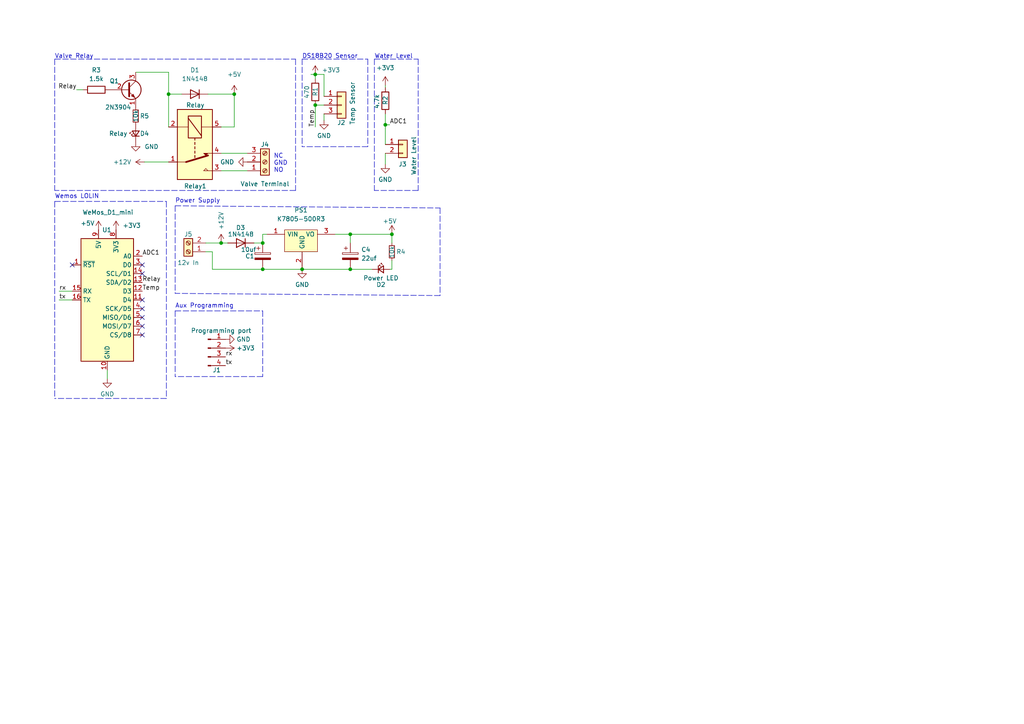
<source format=kicad_sch>
(kicad_sch (version 20211123) (generator eeschema)
  (paper "A4")
  (title_block (title "Wemos tank sensor ") (date "2022-01-26") (rev "1.0"))
  (lib_symbols
    (symbol "Connector:Conn_01x04_Male" (pin_names (offset 1.016) hide)
      (property "Reference" "J" (at 0 5.08 0))
      (property "Value" "Conn_01x04_Male" (at 0 -7.62 0))
      (symbol "Conn_01x04_Male_1_1"
        (polyline (pts (xy 1.27 -5.08) (xy 0.8636 -5.08)) (stroke (width 0.1524)))
        (polyline (pts (xy 1.27 -2.54) (xy 0.8636 -2.54)) (stroke (width 0.1524)))
        (polyline (pts (xy 1.27 0) (xy 0.8636 0)) (stroke (width 0.1524)))
        (polyline (pts (xy 1.27 2.54) (xy 0.8636 2.54)) (stroke (width 0.1524)))
        (rectangle (start 0.8636 -4.953) (end 0 -5.207) (stroke (width 0.1524)) (fill (type outline)))
        (rectangle (start 0.8636 -2.413) (end 0 -2.667) (stroke (width 0.1524)) (fill (type outline)))
        (rectangle (start 0.8636 0.127) (end 0 -0.127) (stroke (width 0.1524)) (fill (type outline)))
        (rectangle (start 0.8636 2.667) (end 0 2.413) (stroke (width 0.1524)) (fill (type outline)))
        (pin passive line (at 5.08 2.54 180) (length 3.81) (name "Pin_1") (number "1"))
        (pin passive line (at 5.08 0 180) (length 3.81) (name "Pin_2") (number "2"))
        (pin passive line (at 5.08 -2.54 180) (length 3.81) (name "Pin_3") (number "3"))
        (pin passive line (at 5.08 -5.08 180) (length 3.81) (name "Pin_4") (number "4"))
      )
    )
    (symbol "Connector:Screw_Terminal_01x02" (pin_names (offset 1.016) hide)
      (property "Reference" "J" (at 0 2.54 0))
      (property "Value" "Screw_Terminal_01x02" (at 0 -5.08 0))
      (symbol "Screw_Terminal_01x02_1_1"
        (rectangle (start -1.27 1.27) (end 1.27 -3.81) (stroke (width 0.254)) (fill (type background)))
        (circle (center 0 -2.54) (radius 0.635) (stroke (width 0.1524)))
        (polyline (pts (xy -0.5334 -2.2098) (xy 0.3302 -3.048)) (stroke (width 0.1524)))
        (polyline (pts (xy -0.5334 0.3302) (xy 0.3302 -0.508)) (stroke (width 0.1524)))
        (polyline (pts (xy -0.3556 -2.032) (xy 0.508 -2.8702)) (stroke (width 0.1524)))
        (polyline (pts (xy -0.3556 0.508) (xy 0.508 -0.3302)) (stroke (width 0.1524)))
        (circle (center 0 0) (radius 0.635) (stroke (width 0.1524)))
        (pin passive line (at -5.08 0 0) (length 3.81) (name "Pin_1") (number "1"))
        (pin passive line (at -5.08 -2.54 0) (length 3.81) (name "Pin_2") (number "2"))
      )
    )
    (symbol "Connector:Screw_Terminal_01x03" (pin_names (offset 1.016) hide)
      (property "Reference" "J" (at 0 5.08 0))
      (property "Value" "Screw_Terminal_01x03" (at 0 -5.08 0))
      (symbol "Screw_Terminal_01x03_1_1"
        (rectangle (start -1.27 3.81) (end 1.27 -3.81) (stroke (width 0.254)) (fill (type background)))
        (circle (center 0 -2.54) (radius 0.635) (stroke (width 0.1524)))
        (polyline (pts (xy -0.5334 -2.2098) (xy 0.3302 -3.048)) (stroke (width 0.1524)))
        (polyline (pts (xy -0.5334 0.3302) (xy 0.3302 -0.508)) (stroke (width 0.1524)))
        (polyline (pts (xy -0.5334 2.8702) (xy 0.3302 2.032)) (stroke (width 0.1524)))
        (polyline (pts (xy -0.3556 -2.032) (xy 0.508 -2.8702)) (stroke (width 0.1524)))
        (polyline (pts (xy -0.3556 0.508) (xy 0.508 -0.3302)) (stroke (width 0.1524)))
        (polyline (pts (xy -0.3556 3.048) (xy 0.508 2.2098)) (stroke (width 0.1524)))
        (circle (center 0 0) (radius 0.635) (stroke (width 0.1524)))
        (circle (center 0 2.54) (radius 0.635) (stroke (width 0.1524)))
        (pin passive line (at -5.08 2.54 0) (length 3.81) (name "Pin_1") (number "1"))
        (pin passive line (at -5.08 0 0) (length 3.81) (name "Pin_2") (number "2"))
        (pin passive line (at -5.08 -2.54 0) (length 3.81) (name "Pin_3") (number "3"))
      )
    )
    (symbol "Connector_Generic:Conn_01x02" (pin_names (offset 1.016) hide)
      (property "Reference" "J" (at 0 2.54 0))
      (property "Value" "Conn_01x02" (at 0 -5.08 0))
      (symbol "Conn_01x02_1_1"
        (rectangle (start -1.27 -2.413) (end 0 -2.667) (stroke (width 0.1524)))
        (rectangle (start -1.27 0.127) (end 0 -0.127) (stroke (width 0.1524)))
        (rectangle (start -1.27 1.27) (end 1.27 -3.81) (stroke (width 0.254)) (fill (type background)))
        (pin passive line (at -5.08 0 0) (length 3.81) (name "Pin_1") (number "1"))
        (pin passive line (at -5.08 -2.54 0) (length 3.81) (name "Pin_2") (number "2"))
      )
    )
    (symbol "Connector_Generic:Conn_01x03" (pin_names (offset 1.016) hide)
      (property "Reference" "J" (at 0 5.08 0))
      (property "Value" "Conn_01x03" (at 0 -5.08 0))
      (symbol "Conn_01x03_1_1"
        (rectangle (start -1.27 -2.413) (end 0 -2.667) (stroke (width 0.1524)))
        (rectangle (start -1.27 0.127) (end 0 -0.127) (stroke (width 0.1524)))
        (rectangle (start -1.27 2.667) (end 0 2.413) (stroke (width 0.1524)))
        (rectangle (start -1.27 3.81) (end 1.27 -3.81) (stroke (width 0.254)) (fill (type background)))
        (pin passive line (at -5.08 2.54 0) (length 3.81) (name "Pin_1") (number "1"))
        (pin passive line (at -5.08 0 0) (length 3.81) (name "Pin_2") (number "2"))
        (pin passive line (at -5.08 -2.54 0) (length 3.81) (name "Pin_3") (number "3"))
      )
    )
    (symbol "Device:C_Polarized" (pin_numbers hide) (pin_names (offset 0.254))
      (property "Reference" "C" (at 0.635 2.54 0))
      (property "Value" "C_Polarized" (at 0.635 -2.54 0))
      (symbol "C_Polarized_0_1"
        (rectangle (start -2.286 0.508) (end 2.286 1.016))
        (polyline (pts (xy -1.778 2.286) (xy -0.762 2.286)))
        (polyline (pts (xy -1.27 2.794) (xy -1.27 1.778)))
        (rectangle (start 2.286 -0.508) (end -2.286 -1.016) (fill (type outline)))
      )
      (symbol "C_Polarized_1_1"
        (pin passive line (at 0 3.81 270) (length 2.794) (name "~") (number "1"))
        (pin passive line (at 0 -3.81 90) (length 2.794) (name "~") (number "2"))
      )
    )
    (symbol "Device:LED_Small" (pin_numbers hide) (pin_names (offset 0.254) hide)
      (property "Reference" "D" (at -1.27 3.175 0))
      (property "Value" "LED_Small" (at -4.445 -2.54 0))
      (symbol "LED_Small_0_1"
        (polyline (pts (xy -0.762 -1.016) (xy -0.762 1.016)) (stroke (width 0.254)))
        (polyline (pts (xy 1.016 0) (xy -0.762 0)))
        (polyline (pts (xy 0.762 -1.016) (xy -0.762 0) (xy 0.762 1.016) (xy 0.762 -1.016)) (stroke (width 0.254)))
        (polyline (pts (xy 0 0.762) (xy -0.508 1.27) (xy -0.254 1.27) (xy -0.508 1.27) (xy -0.508 1.016)))
        (polyline (pts (xy 0.508 1.27) (xy 0 1.778) (xy 0.254 1.778) (xy 0 1.778) (xy 0 1.524)))
      )
      (symbol "LED_Small_1_1"
        (pin passive line (at -2.54 0 0) (length 1.778) (name "K") (number "1"))
        (pin passive line (at 2.54 0 180) (length 1.778) (name "A") (number "2"))
      )
    )
    (symbol "Device:R" (pin_numbers hide) (pin_names (offset 0))
      (property "Reference" "R" (at 2.032 0 90))
      (property "Value" "R" (at 0 0 90))
      (symbol "R_0_1"
        (rectangle (start -1.016 -2.54) (end 1.016 2.54) (stroke (width 0.254)))
      )
      (symbol "R_1_1"
        (pin passive line (at 0 3.81 270) (length 1.27) (name "~") (number "1"))
        (pin passive line (at 0 -3.81 90) (length 1.27) (name "~") (number "2"))
      )
    )
    (symbol "Device:R_Small" (pin_numbers hide) (pin_names (offset 0.254) hide)
      (property "Reference" "R" (at 0.762 0.508 0))
      (property "Value" "R_Small" (at 0.762 -1.016 0))
      (symbol "R_Small_0_1"
        (rectangle (start -0.762 1.778) (end 0.762 -1.778) (stroke (width 0.2032)))
      )
      (symbol "R_Small_1_1"
        (pin passive line (at 0 2.54 270) (length 0.762) (name "~") (number "1"))
        (pin passive line (at 0 -2.54 90) (length 0.762) (name "~") (number "2"))
      )
    )
    (symbol "Diode:1N4148" (pin_numbers hide) (pin_names (offset 1.016) hide)
      (property "Reference" "D" (at 0 2.54 0))
      (property "Value" "1N4148" (at 0 -2.54 0))
      (symbol "1N4148_0_1"
        (polyline (pts (xy -1.27 1.27) (xy -1.27 -1.27)) (stroke (width 0.254)))
        (polyline (pts (xy 1.27 0) (xy -1.27 0)))
        (polyline (pts (xy 1.27 1.27) (xy 1.27 -1.27) (xy -1.27 0) (xy 1.27 1.27)) (stroke (width 0.254)))
      )
      (symbol "1N4148_1_1"
        (pin passive line (at -3.81 0 0) (length 2.54) (name "K") (number "1"))
        (pin passive line (at 3.81 0 180) (length 2.54) (name "A") (number "2"))
      )
    )
    (symbol "MCU_Module:WeMos_D1_mini"
      (property "Reference" "U1" (at 1.27 20.32 0))
      (property "Value" "WeMos_D1_mini" (at 7.62 25.4 0))
      (symbol "WeMos_D1_mini_1_1"
        (rectangle (start -7.62 17.78) (end 7.62 -17.78) (stroke (width 0.254)) (fill (type background)))
        (pin input line (at -10.16 10.16 0) (length 2.54) (name "~{RST}") (number "1"))
        (pin power_in line (at 0 -20.32 90) (length 2.54) (name "GND") (number "10"))
        (pin bidirectional line (at 10.16 0 180) (length 2.54) (name "D4") (number "11"))
        (pin bidirectional line (at 10.16 2.54 180) (length 2.54) (name "D3") (number "12"))
        (pin bidirectional line (at 10.16 5.08 180) (length 2.54) (name "SDA/D2") (number "13"))
        (pin bidirectional line (at 10.16 7.62 180) (length 2.54) (name "SCL/D1") (number "14"))
        (pin input line (at -10.16 2.54 0) (length 2.54) (name "RX") (number "15"))
        (pin output line (at -10.16 0 0) (length 2.54) (name "TX") (number "16"))
        (pin input line (at 10.16 12.7 180) (length 2.54) (name "A0") (number "2"))
        (pin bidirectional line (at 10.16 10.16 180) (length 2.54) (name "D0") (number "3"))
        (pin bidirectional line (at 10.16 -2.54 180) (length 2.54) (name "SCK/D5") (number "4"))
        (pin bidirectional line (at 10.16 -5.08 180) (length 2.54) (name "MISO/D6") (number "5"))
        (pin bidirectional line (at 10.16 -7.62 180) (length 2.54) (name "MOSI/D7") (number "6"))
        (pin bidirectional line (at 10.16 -10.16 180) (length 2.54) (name "CS/D8") (number "7"))
        (pin power_out line (at 2.54 20.32 270) (length 2.54) (name "3V3") (number "8"))
        (pin power_in line (at -2.54 20.32 270) (length 2.54) (name "5V") (number "9"))
      )
    )
    (symbol "Relay:SANYOU_SRD_Form_C"
      (property "Reference" "K" (at 11.43 3.81 0))
      (property "Value" "SANYOU_SRD_Form_C" (at 11.43 1.27 0))
      (symbol "SANYOU_SRD_Form_C_0_0"
        (polyline (pts (xy 7.62 5.08) (xy 7.62 2.54) (xy 6.985 3.175) (xy 7.62 3.81)))
      )
      (symbol "SANYOU_SRD_Form_C_0_1"
        (rectangle (start -10.16 5.08) (end 10.16 -5.08) (stroke (width 0.254)) (fill (type background)))
        (rectangle (start -8.255 1.905) (end -1.905 -1.905) (stroke (width 0.254)))
        (polyline (pts (xy -7.62 -1.905) (xy -2.54 1.905)) (stroke (width 0.254)))
        (polyline (pts (xy -5.08 -5.08) (xy -5.08 -1.905)))
        (polyline (pts (xy -5.08 5.08) (xy -5.08 1.905)))
        (polyline (pts (xy -1.905 0) (xy -1.27 0)) (stroke (width 0.254)))
        (polyline (pts (xy -0.635 0) (xy 0 0)) (stroke (width 0.254)))
        (polyline (pts (xy 0.635 0) (xy 1.27 0)) (stroke (width 0.254)))
        (polyline (pts (xy 1.905 0) (xy 2.54 0)) (stroke (width 0.254)))
        (polyline (pts (xy 3.175 0) (xy 3.81 0)) (stroke (width 0.254)))
        (polyline (pts (xy 5.08 -2.54) (xy 3.175 3.81)) (stroke (width 0.508)))
        (polyline (pts (xy 5.08 -2.54) (xy 5.08 -5.08)))
      )
      (symbol "SANYOU_SRD_Form_C_1_1"
        (polyline (pts (xy 2.54 3.81) (xy 3.175 3.175) (xy 2.54 2.54) (xy 2.54 5.08)) (fill (type outline)))
        (pin passive line (at 5.08 -7.62 90) (length 2.54) (name "~") (number "1"))
        (pin passive line (at -5.08 -7.62 90) (length 2.54) (name "~") (number "2"))
        (pin passive line (at 7.62 7.62 270) (length 2.54) (name "~") (number "3"))
        (pin passive line (at 2.54 7.62 270) (length 2.54) (name "~") (number "4"))
        (pin passive line (at -5.08 7.62 270) (length 2.54) (name "~") (number "5"))
      )
    )
    (symbol "SamacSys_Parts:K7805-500R3" (pin_names (offset 0.762))
      (property "Reference" "PS" (at -2.54 5.715 0))
      (property "Value" "K7805-500R3" (at -7.62 8.255 0))
      (symbol "K7805-500R3_0_0"
        (pin input line (at -10.795 2.54 0) (length 5.08) (name "VIN") (number "1"))
        (pin output line (at -0.635 -7.62 90) (length 5.08) (name "GND") (number "2"))
        (pin output line (at 8.89 2.54 180) (length 5.08) (name "VO") (number "3"))
      )
      (symbol "K7805-500R3_0_1"
        (rectangle (start -5.715 3.81) (end 3.81 -2.54) (fill (type background)))
      )
    )
    (symbol "Transistor_BJT:2N3904" (pin_names (offset 0) hide)
      (property "Reference" "Q" (at 5.08 1.905 0))
      (property "Value" "2N3904" (at 5.08 0 0))
      (symbol "2N3904_0_1"
        (polyline (pts (xy 0.635 0.635) (xy 2.54 2.54)))
        (polyline (pts (xy 0.635 -0.635) (xy 2.54 -2.54) (xy 2.54 -2.54)))
        (polyline (pts (xy 0.635 1.905) (xy 0.635 -1.905) (xy 0.635 -1.905)) (stroke (width 0.508)))
        (polyline (pts (xy 1.27 -1.778) (xy 1.778 -1.27) (xy 2.286 -2.286) (xy 1.27 -1.778) (xy 1.27 -1.778)) (fill (type outline)))
        (circle (center 1.27 0) (radius 2.8194) (stroke (width 0.254)))
      )
      (symbol "2N3904_1_1"
        (pin passive line (at 2.54 -5.08 90) (length 2.54) (name "E") (number "1"))
        (pin passive line (at -5.08 0 0) (length 5.715) (name "B") (number "2"))
        (pin passive line (at 2.54 5.08 270) (length 2.54) (name "C") (number "3"))
      )
    )
    (symbol "power:+12V" (power) (pin_names (offset 0))
      (property "Value" "+12V" (at 0 3.556 0))
      (symbol "+12V_0_1"
        (polyline (pts (xy -0.762 1.27) (xy 0 2.54)))
        (polyline (pts (xy 0 0) (xy 0 2.54)))
        (polyline (pts (xy 0 2.54) (xy 0.762 1.27)))
      )
      (symbol "+12V_1_1"
        (pin power_in line (at 0 0 90) (length 0) hide (name "+12V") (number "1"))
      )
    )
    (symbol "power:+3.3V" (power) (pin_names (offset 0))
      (property "Value" "+3.3V" (at 0 3.556 0))
      (symbol "+3.3V_0_1"
        (polyline (pts (xy -0.762 1.27) (xy 0 2.54)))
        (polyline (pts (xy 0 0) (xy 0 2.54)))
        (polyline (pts (xy 0 2.54) (xy 0.762 1.27)))
      )
      (symbol "+3.3V_1_1"
        (pin power_in line (at 0 0 90) (length 0) hide (name "+3V3") (number "1"))
      )
    )
    (symbol "power:+5V" (power) (pin_names (offset 0))
      (property "Value" "+5V" (at 0 3.556 0))
      (symbol "+5V_0_1"
        (polyline (pts (xy -0.762 1.27) (xy 0 2.54)))
        (polyline (pts (xy 0 0) (xy 0 2.54)))
        (polyline (pts (xy 0 2.54) (xy 0.762 1.27)))
      )
      (symbol "+5V_1_1"
        (pin power_in line (at 0 0 90) (length 0) hide (name "+5V") (number "1"))
      )
    )
    (symbol "power:GND" (power) (pin_names (offset 0))
      (property "Value" "GND" (at 0 -3.81 0))
      (symbol "GND_0_1"
        (polyline (pts (xy 0 0) (xy 0 -1.27) (xy 1.27 -1.27) (xy 0 -2.54) (xy -1.27 -1.27) (xy 0 -1.27)))
      )
      (symbol "GND_1_1"
        (pin power_in line (at 0 0 270) (length 0) hide (name "GND") (number "1"))
      )
    )
  )
  (junction (at 111.76 36.195))
  (junction (at 113.665 67.945))
  (junction (at 87.63 78.105))
  (junction (at 67.945 27.305))
  (junction (at 64.135 70.485))
  (junction (at 101.6 78.105))
  (junction (at 76.2 70.485))
  (junction (at 91.44 30.48))
  (junction (at 76.2 78.105))
  (junction (at 101.6 67.945))
  (junction (at 91.44 21.59))
  (junction (at 48.895 27.305))
  (no_connect (at 41.275 86.995))
  (no_connect (at 20.955 76.835))
  (no_connect (at 41.275 89.535))
  (no_connect (at 41.275 92.075))
  (no_connect (at 41.275 94.615))
  (no_connect (at 41.275 97.155))
  (no_connect (at 41.275 79.375))
  (no_connect (at 41.275 76.835))
  (wire (pts (xy 111.76 33.02) (xy 111.76 36.195)))
  (wire (pts (xy 64.135 49.53) (xy 71.755 49.53)))
  (polyline (pts (xy 76.2 109.22) (xy 50.8 109.22)))
  (wire (pts (xy 76.2 67.945) (xy 76.2 70.485)))
  (polyline (pts (xy 76.2 90.17) (xy 76.2 109.22)))
  (wire (pts (xy 17.145 84.455) (xy 20.955 84.455)))
  (wire (pts (xy 61.595 78.105) (xy 76.2 78.105)))
  (wire (pts (xy 111.76 25.4) (xy 111.76 24.765)))
  (wire (pts (xy 59.69 70.485) (xy 64.135 70.485)))
  (wire (pts (xy 101.6 67.945) (xy 113.665 67.945)))
  (wire (pts (xy 73.66 70.485) (xy 76.2 70.485)))
  (wire (pts (xy 48.895 27.305) (xy 52.705 27.305)))
  (wire (pts (xy 97.155 67.945) (xy 101.6 67.945)))
  (wire (pts (xy 77.47 67.945) (xy 76.2 67.945)))
  (polyline (pts (xy 48.26 58.42) (xy 48.26 115.57)))
  (polyline (pts (xy 15.875 17.145) (xy 85.725 17.145)))
  (wire (pts (xy 67.945 27.305) (xy 67.945 36.83)))
  (polyline (pts (xy 121.285 55.245) (xy 108.585 55.245)))
  (polyline (pts (xy 87.63 17.145) (xy 106.68 17.145)))
  (wire (pts (xy 22.225 26.035) (xy 24.13 26.035)))
  (polyline (pts (xy 108.585 17.145) (xy 121.285 17.145)))
  (wire (pts (xy 41.91 46.99) (xy 48.895 46.99)))
  (wire (pts (xy 64.135 70.485) (xy 66.04 70.485)))
  (polyline (pts (xy 106.68 17.145) (xy 106.68 42.545)))
  (wire (pts (xy 64.135 44.45) (xy 71.755 44.45)))
  (wire (pts (xy 101.6 78.105) (xy 107.95 78.105)))
  (polyline (pts (xy 48.26 115.57) (xy 15.875 115.57)))
  (wire (pts (xy 59.69 73.025) (xy 61.595 73.025)))
  (polyline (pts (xy 15.875 58.42) (xy 15.875 115.57)))
  (wire (pts (xy 17.145 86.995) (xy 20.955 86.995)))
  (wire (pts (xy 91.44 21.59) (xy 91.44 22.86)))
  (polyline (pts (xy 50.8 90.17) (xy 76.2 90.17)))
  (wire (pts (xy 113.665 67.945) (xy 113.665 70.485)))
  (polyline (pts (xy 87.63 17.145) (xy 87.63 42.545)))
  (wire (pts (xy 48.895 20.955) (xy 48.895 27.305)))
  (polyline (pts (xy 85.725 55.245) (xy 15.875 55.245)))
  (wire (pts (xy 67.945 36.83) (xy 64.135 36.83)))
  (wire (pts (xy 31.115 109.855) (xy 31.115 107.315)))
  (polyline (pts (xy 15.875 58.42) (xy 48.26 58.42)))
  (wire (pts (xy 91.44 30.48) (xy 93.98 30.48)))
  (wire (pts (xy 91.44 21.59) (xy 93.98 21.59)))
  (wire (pts (xy 93.98 21.59) (xy 93.98 27.94)))
  (wire (pts (xy 111.76 44.45) (xy 111.76 47.625)))
  (wire (pts (xy 113.665 78.105) (xy 113.03 78.105)))
  (wire (pts (xy 101.6 67.945) (xy 101.6 70.485)))
  (wire (pts (xy 61.595 73.025) (xy 61.595 78.105)))
  (wire (pts (xy 93.98 34.925) (xy 93.98 33.02)))
  (wire (pts (xy 111.76 36.195) (xy 111.76 41.91)))
  (wire (pts (xy 48.895 27.305) (xy 48.895 36.83)))
  (wire (pts (xy 90.17 21.59) (xy 91.44 21.59)))
  (polyline (pts (xy 127.635 60.325) (xy 127.635 85.725)))
  (polyline (pts (xy 50.8 90.17) (xy 50.8 109.22)))
  (wire (pts (xy 111.76 36.195) (xy 113.03 36.195)))
  (wire (pts (xy 113.665 75.565) (xy 113.665 78.105)))
  (polyline (pts (xy 85.725 17.145) (xy 85.725 55.245)))
  (wire (pts (xy 87.63 78.105) (xy 101.6 78.105)))
  (wire (pts (xy 76.2 78.105) (xy 87.63 78.105)))
  (polyline (pts (xy 127.635 85.725) (xy 50.8 85.09)))
  (polyline (pts (xy 108.585 17.145) (xy 108.585 55.245)))
  (polyline (pts (xy 50.8 59.69) (xy 50.8 85.09)))
  (wire (pts (xy 91.44 36.83) (xy 91.44 30.48)))
  (polyline (pts (xy 15.875 17.145) (xy 15.875 55.245)))
  (polyline (pts (xy 50.8 59.69) (xy 127.635 60.325)))
  (wire (pts (xy 60.325 27.305) (xy 67.945 27.305)))
  (wire (pts (xy 76.2 71.12) (xy 76.2 70.485)))
  (wire (pts (xy 39.37 20.955) (xy 48.895 20.955)))
  (polyline (pts (xy 106.68 42.545) (xy 87.63 42.545)))
  (polyline (pts (xy 121.285 17.145) (xy 121.285 55.245)))
  (text "Aux Programming" (at 50.8 89.535 0) (effects (font (size 1.27 1.27)) (justify left bottom)))
  (text "Power Supply\n" (at 50.8 59.055 0) (effects (font (size 1.27 1.27)) (justify left bottom)))
  (text "DS18B20 Sensor\n" (at 87.63 17.145 0) (effects (font (size 1.27 1.27)) (justify left bottom)))
  (text "NC\nGND\nNO" (at 79.375 50.165 0) (effects (font (size 1.27 1.27)) (justify left bottom)))
  (text "Water Level" (at 108.585 17.145 0) (effects (font (size 1.27 1.27)) (justify left bottom)))
  (text "Valve Relay" (at 15.875 17.145 0) (effects (font (size 1.27 1.27)) (justify left bottom)))
  (text "Wemos LOLIN\n" (at 15.875 57.785 0) (effects (font (size 1.27 1.27)) (justify left bottom)))
  (label "Temp" (at 41.275 84.455 0))
  (label "ADC1" (at 113.03 36.195 0))
  (label "ADC1" (at 41.275 74.295 0))
  (label "rx" (at 65.405 103.505 0))
  (label "Relay" (at 41.275 81.915 0))
  (label "rx" (at 17.145 84.455 0))
  (label "Temp" (at 91.44 36.83 90))
  (label "Relay" (at 22.225 26.035 180))
  (label "tx" (at 17.145 86.995 0))
  (label "tx" (at 65.405 106.045 0))
  (symbol (lib_id "power:GND") (at 65.405 98.425 90) (unit 1)
    (property "Reference" "#PWR07" (effects hide))
    (property "Value" "GND" (at 68.58 98.4249 90) (effects (justify right)))
  )
  (symbol (lib_id "Relay:SANYOU_SRD_Form_C") (at 56.515 41.91 270) (unit 1)
    (property "Reference" "Relay1" (at 53.34 53.975 90) (effects (justify left)))
    (property "Value" "Relay" (at 53.975 30.48 90) (effects (justify left)))
    (property "Footprint" "Relay_THT:Relay_SPDT_SANYOU_SRD_Series_Form_C" (effects hide))
    (property "Datasheet" "http://www.sanyourelay.ca/public/products/pdf/SRD.pdf" (effects hide))
  )
  (symbol (lib_id "power:GND") (at 39.37 41.275 0) (unit 1)
    (property "Reference" "#PWR04" (effects hide))
    (property "Value" "GND" (at 41.91 42.5449 0) (effects (justify left)))
  )
  (symbol (lib_id "Device:LED_Small") (at 110.49 78.105 0) (unit 1)
    (property "Reference" "D2" (at 110.49 82.55 0))
    (property "Value" "Power LED" (at 110.49 80.645 0))
    (property "Footprint" "LED_THT:LED_D3.0mm" (effects hide))
  )
  (symbol (lib_id "Device:LED_Small") (at 39.37 38.735 90) (unit 1)
    (property "Reference" "D4" (at 41.91 38.735 90))
    (property "Value" "Relay" (at 34.29 38.735 90))
    (property "Footprint" "LED_THT:LED_D3.0mm" (effects hide))
    (property "Field4" "Relay" (effects hide))
  )
  (symbol (lib_id "power:+5V") (at 28.575 66.675 0) (unit 1)
    (property "Reference" "#PWR01" (effects hide))
    (property "Value" "+5V" (at 25.4 64.77 0))
  )
  (symbol (lib_id "Connector_Generic:Conn_01x03") (at 99.06 30.48 0) (unit 1)
    (property "Reference" "J2" (at 97.79 35.56 0) (effects (justify left)))
    (property "Value" "Temp Sensor" (at 102.235 36.195 90) (effects (justify left)))
    (property "Footprint" "Connector_JST:JST_XH_B3B-XH-A_1x03_P2.50mm_Vertical" (effects hide))
  )
  (symbol (lib_id "power:GND") (at 87.63 78.105 0) (unit 1)
    (property "Reference" "#PWR013" (effects hide))
    (property "Value" "GND" (at 87.63 82.55 0))
  )
  (symbol (lib_id "Device:C_Polarized") (at 101.6 74.295 0) (unit 1)
    (property "Reference" "C4" (at 104.775 72.39 0) (effects (justify left)))
    (property "Value" "22uf" (at 104.775 74.93 0) (effects (justify left)))
    (property "Footprint" "Capacitor_THT:CP_Radial_D5.0mm_P2.00mm" (effects hide))
  )
  (symbol (lib_id "power:+5V") (at 113.665 67.945 0) (unit 1)
    (property "Reference" "#PWR016" (effects hide))
    (property "Value" "+5V" (at 113.03 64.135 0))
  )
  (symbol (lib_id "power:+12V") (at 41.91 46.99 90) (unit 1)
    (property "Reference" "#PWR05" (effects hide))
    (property "Value" "+12V" (at 38.1 46.99 90) (effects (justify left)))
  )
  (symbol (lib_id "power:GND") (at 31.115 109.855 0) (unit 1)
    (property "Reference" "#PWR02" (effects hide))
    (property "Value" "GND" (at 31.115 114.3 0))
  )
  (symbol (lib_id "Device:C_Polarized") (at 76.2 74.295 0) (unit 1)
    (property "Reference" "C1" (at 71.12 74.295 0) (effects (justify left)))
    (property "Value" "10uf" (at 69.85 72.39 0) (effects (justify left)))
    (property "Footprint" "Capacitor_THT:CP_Radial_D5.0mm_P2.00mm" (effects hide))
  )
  (symbol (lib_id "Device:R") (at 91.44 26.67 0) (unit 1)
    (property "Reference" "R1" (at 91.44 27.94 90) (effects (justify left)))
    (property "Value" "470" (at 88.265 24.765 90) (effects (justify right top)))
    (property "Footprint" "Resistor_THT:R_Axial_DIN0207_L6.3mm_D2.5mm_P7.62mm_Horizontal" (effects hide))
  )
  (symbol (lib_id "Connector:Screw_Terminal_01x02") (at 54.61 73.025 180) (unit 1)
    (property "Reference" "J5" (at 54.61 67.945 0))
    (property "Value" "12v In" (at 54.61 76.2 0))
    (property "Footprint" "TerminalBlock_Phoenix:TerminalBlock_Phoenix_PT-1,5-2-5.0-H_1x02_P5.00mm_Horizontal" (effects hide))
  )
  (symbol (lib_id "power:GND") (at 111.76 47.625 0) (unit 1)
    (property "Reference" "#PWR015" (effects hide))
    (property "Value" "GND" (at 111.76 52.07 0))
  )
  (symbol (lib_id "SamacSys_Parts:K7805-500R3") (at 88.265 70.485 0) (unit 1)
    (property "Reference" "PS1" (at 87.3125 60.96 0))
    (property "Value" "K7805-500R3" (at 87.3125 63.5 0))
    (property "Footprint" "SamacSys_Parts:K7805500R3" (effects hide))
    (property "Description" "Wide input voltage non-isolated and regulated single output" (effects hide))
    (property "Height" "10.41" (effects hide))
    (property "Manufacturer_Name" "MORNSUN Guangzhou S& T" (effects hide))
    (property "Manufacturer_Part_Number" "K7805-500R3" (effects hide))
  )
  (symbol (lib_id "power:+3.3V") (at 65.405 100.965 270) (unit 1)
    (property "Reference" "#PWR08" (effects hide))
    (property "Value" "+3.3V" (at 68.58 100.9649 90) (effects (justify left)))
  )
  (symbol (lib_id "Connector:Conn_01x04_Male") (at 60.325 100.965 0) (unit 1)
    (property "Reference" "J1" (at 62.865 107.315 0))
    (property "Value" "Programming port" (at 64.135 95.885 0))
    (property "Footprint" "Connector_PinSocket_2.54mm:PinSocket_1x04_P2.54mm_Vertical" (effects hide))
  )
  (symbol (lib_id "power:GND") (at 71.755 46.99 270) (unit 1)
    (property "Reference" "#PWR010" (effects hide))
    (property "Value" "GND" (at 67.945 46.9899 90) (effects (justify right)))
  )
  (symbol (lib_id "Connector:Screw_Terminal_01x03") (at 76.835 46.99 0) (mirror x) (unit 1)
    (property "Reference" "J4" (at 76.835 41.91 0))
    (property "Value" "Valve Terminal" (at 76.835 53.34 0))
    (property "Footprint" "TerminalBlock_Phoenix:TerminalBlock_Phoenix_PT-1,5-3-5.0-H_1x03_P5.00mm_Horizontal" (effects hide))
  )
  (symbol (lib_id "Diode:1N4148") (at 69.85 70.485 180) (unit 1)
    (property "Reference" "D3" (at 71.12 66.04 0) (effects (justify left)))
    (property "Value" "1N4148" (at 73.66 67.945 0) (effects (justify left)))
    (property "Footprint" "Diode_THT:D_DO-35_SOD27_P7.62mm_Horizontal" (effects hide))
    (property "Datasheet" "https://assets.nexperia.com/documents/data-sheet/1N4148_1N4448.pdf" (effects hide))
  )
  (symbol (lib_id "Transistor_BJT:2N3904") (at 36.83 26.035 0) (unit 1)
    (property "Reference" "Q1" (at 31.75 23.495 0) (effects (justify left)))
    (property "Value" "2N3904" (at 30.48 31.115 0) (effects (justify left)))
    (property "Footprint" "Package_TO_SOT_THT:TO-92_Inline" (effects hide))
    (property "Datasheet" "https://www.onsemi.com/pub/Collateral/2N3903-D.PDF" (effects hide))
  )
  (symbol (lib_id "Device:R") (at 111.76 29.21 0) (unit 1)
    (property "Reference" "R2" (at 111.76 30.48 90) (effects (justify left)))
    (property "Value" "4.7k" (at 108.585 27.305 90) (effects (justify right top)))
    (property "Footprint" "Resistor_THT:R_Axial_DIN0207_L6.3mm_D2.5mm_P7.62mm_Horizontal" (effects hide))
  )
  (symbol (lib_id "power:+3.3V") (at 91.44 21.59 0) (unit 1)
    (property "Reference" "#PWR011" (effects hide))
    (property "Value" "+3.3V" (at 93.345 20.3199 0) (effects (justify left)))
  )
  (symbol (lib_id "power:+3.3V") (at 33.655 66.675 0) (unit 1)
    (property "Reference" "#PWR03" (effects hide))
    (property "Value" "+3.3V" (at 35.56 65.4049 0) (effects (justify left)))
  )
  (symbol (lib_id "power:+3.3V") (at 111.76 24.765 0) (unit 1)
    (property "Reference" "#PWR014" (effects hide))
    (property "Value" "+3.3V" (at 111.76 19.685 0))
  )
  (symbol (lib_id "power:+5V") (at 67.945 27.305 0) (unit 1)
    (property "Reference" "#PWR09" (effects hide))
    (property "Value" "+5V" (at 67.945 21.59 0))
  )
  (symbol (lib_id "Diode:1N4148") (at 56.515 27.305 180) (unit 1)
    (property "Reference" "D1" (at 56.515 20.32 0))
    (property "Value" "1N4148" (at 56.515 22.86 0))
    (property "Footprint" "Diode_THT:D_DO-35_SOD27_P7.62mm_Horizontal" (effects hide))
    (property "Datasheet" "https://assets.nexperia.com/documents/data-sheet/1N4148_1N4448.pdf" (effects hide))
  )
  (symbol (lib_id "Connector_Generic:Conn_01x02") (at 116.84 41.91 0) (unit 1)
    (property "Reference" "J3" (at 115.57 47.625 0) (effects (justify left)))
    (property "Value" "Water Level" (at 120.015 50.8 90) (effects (justify left)))
    (property "Footprint" "Connector_JST:JST_XH_B2B-XH-A_1x02_P2.50mm_Vertical" (effects hide))
  )
  (symbol (lib_id "Device:R") (at 27.94 26.035 90) (unit 1)
    (property "Reference" "R3" (at 27.94 20.32 90))
    (property "Value" "1.5k" (at 27.94 22.86 90))
    (property "Footprint" "Resistor_THT:R_Axial_DIN0207_L6.3mm_D2.5mm_P7.62mm_Horizontal" (effects hide))
  )
  (symbol (lib_id "power:+12V") (at 64.135 70.485 0) (unit 1)
    (property "Reference" "#PWR06" (effects hide))
    (property "Value" "+12V" (at 64.135 66.675 90) (effects (justify left)))
  )
  (symbol (lib_id "Device:R_Small") (at 39.37 33.655 180) (unit 1)
    (property "Reference" "R5" (at 41.91 33.655 0))
    (property "Value" "10k" (at 39.37 33.655 90))
    (property "Footprint" "Resistor_THT:R_Axial_DIN0207_L6.3mm_D2.5mm_P7.62mm_Horizontal" (effects hide))
  )
  (symbol (lib_id "Device:R_Small") (at 113.665 73.025 0) (unit 1)
    (property "Reference" "R4" (at 114.935 73.025 0) (effects (justify left)))
    (property "Value" "10k" (at 113.665 74.93 90) (effects (justify left)))
    (property "Footprint" "Resistor_THT:R_Axial_DIN0207_L6.3mm_D2.5mm_P7.62mm_Horizontal" (effects hide))
  )
  (symbol (lib_id "MCU_Module:WeMos_D1_mini") (at 31.115 86.995 0) (unit 1)
    (property "Reference" "U1" (at 32.385 66.675 0) (effects (justify right)))
    (property "Value" "WeMos_D1_mini" (at 38.735 61.595 0) (effects (justify right)))
    (property "Footprint" "Module:WEMOS_D1_mini_light" (effects hide))
    (property "Datasheet" "https://wiki.wemos.cc/products:d1:d1_mini#documentation" (effects hide))
  )
  (symbol (lib_id "power:GND") (at 93.98 34.925 0) (unit 1)
    (property "Reference" "#PWR012" (effects hide))
    (property "Value" "GND" (at 93.98 39.37 0))
  )
)
</source>
